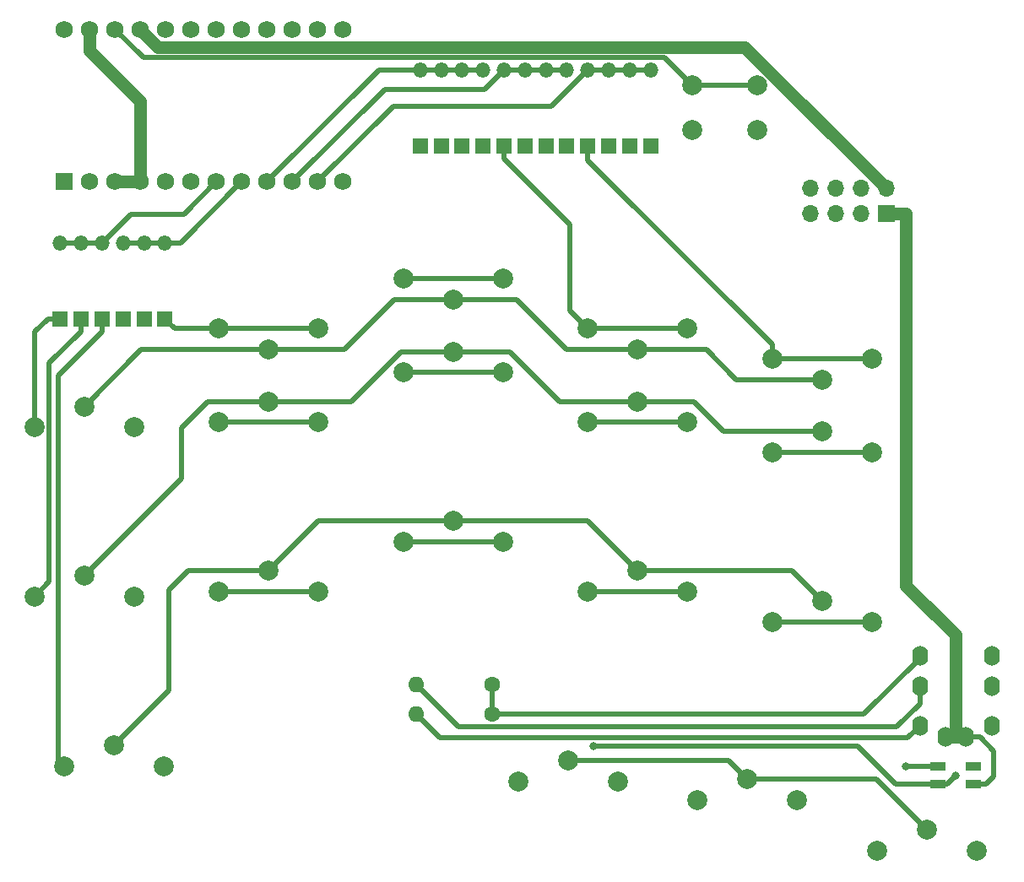
<source format=gbr>
G04 #@! TF.GenerationSoftware,KiCad,Pcbnew,5.1.5*
G04 #@! TF.CreationDate,2020-03-19T02:10:20-05:00*
G04 #@! TF.ProjectId,fissure,66697373-7572-4652-9e6b-696361645f70,rev?*
G04 #@! TF.SameCoordinates,Original*
G04 #@! TF.FileFunction,Copper,L2,Bot*
G04 #@! TF.FilePolarity,Positive*
%FSLAX46Y46*%
G04 Gerber Fmt 4.6, Leading zero omitted, Abs format (unit mm)*
G04 Created by KiCad (PCBNEW 5.1.5) date 2020-03-19 02:10:20*
%MOMM*%
%LPD*%
G04 APERTURE LIST*
%ADD10O,1.500000X1.500000*%
%ADD11R,1.500000X1.500000*%
%ADD12C,2.000000*%
%ADD13O,1.600000X2.000000*%
%ADD14O,1.600000X1.600000*%
%ADD15C,1.600000*%
%ADD16R,1.600000X0.850000*%
%ADD17C,1.752600*%
%ADD18R,1.752600X1.752600*%
%ADD19O,1.700000X1.700000*%
%ADD20R,1.700000X1.700000*%
%ADD21C,0.800000*%
%ADD22C,0.508000*%
%ADD23C,1.270000*%
G04 APERTURE END LIST*
D10*
X49097000Y-62429000D03*
D11*
X49097000Y-70049000D03*
D12*
X112497000Y-51149000D03*
X112497000Y-46649000D03*
X118997000Y-51149000D03*
X118997000Y-46649000D03*
X56497000Y-80949000D03*
X51497000Y-78849000D03*
X46497000Y-80949000D03*
D13*
X142500000Y-106900000D03*
X142500000Y-103900000D03*
X142500000Y-110900000D03*
X137900000Y-112000000D03*
X135300000Y-106900000D03*
X135300000Y-103900000D03*
X135300000Y-110900000D03*
X139900000Y-112000000D03*
D10*
X59597000Y-62429000D03*
D11*
X59597000Y-70049000D03*
D10*
X85197000Y-45129000D03*
D11*
X85197000Y-52749000D03*
D10*
X93597000Y-45129000D03*
D11*
X93597000Y-52749000D03*
D10*
X101997000Y-45129000D03*
D11*
X101997000Y-52749000D03*
D10*
X51197000Y-62429000D03*
D11*
X51197000Y-70049000D03*
D10*
X57497000Y-62429000D03*
D11*
X57497000Y-70049000D03*
D10*
X87297000Y-45129000D03*
D11*
X87297000Y-52749000D03*
D10*
X95697000Y-45129000D03*
D11*
X95697000Y-52749000D03*
D10*
X104097000Y-45129000D03*
D11*
X104097000Y-52749000D03*
D10*
X53297000Y-62429000D03*
D11*
X53297000Y-70049000D03*
D10*
X55397400Y-62429000D03*
D11*
X55397400Y-70049000D03*
D10*
X89397000Y-45129000D03*
D11*
X89397000Y-52749000D03*
D10*
X97797000Y-45129000D03*
D11*
X97797000Y-52749000D03*
D10*
X106197000Y-45129000D03*
D11*
X106197000Y-52749000D03*
D10*
X91497000Y-45129000D03*
D11*
X91497000Y-52749000D03*
D10*
X99897000Y-45129000D03*
D11*
X99897000Y-52749000D03*
D10*
X108297000Y-45129000D03*
D11*
X108297000Y-52749000D03*
D14*
X84777000Y-106749000D03*
D15*
X92397000Y-106749000D03*
D14*
X84777000Y-109749000D03*
D15*
X92397000Y-109749000D03*
D12*
X93497000Y-75449000D03*
X88497000Y-73349000D03*
X83497000Y-75449000D03*
D16*
X140647000Y-114974000D03*
X140647000Y-116724000D03*
X137147000Y-114974000D03*
X137147000Y-116724000D03*
D12*
X120497000Y-74049000D03*
X125497000Y-76149000D03*
X130497000Y-74049000D03*
X64997000Y-71049000D03*
X69997000Y-73149000D03*
X74997000Y-71049000D03*
D17*
X49527000Y-41069000D03*
X77467000Y-56309000D03*
X52067000Y-41069000D03*
X54607000Y-41069000D03*
X57147000Y-41069000D03*
X59687000Y-41069000D03*
X62227000Y-41069000D03*
X64767000Y-41069000D03*
X67307000Y-41069000D03*
X69847000Y-41069000D03*
X72387000Y-41069000D03*
X74927000Y-41069000D03*
X77467000Y-41069000D03*
X74927000Y-56309000D03*
X72387000Y-56309000D03*
X69847000Y-56309000D03*
X67307000Y-56309000D03*
X64767000Y-56309000D03*
X62227000Y-56309000D03*
X59687000Y-56309000D03*
X57147000Y-56309000D03*
X54607000Y-56309000D03*
X52067000Y-56309000D03*
D18*
X49527000Y-56309000D03*
D12*
X56497000Y-97949000D03*
X51497000Y-95849000D03*
X46497000Y-97949000D03*
X101997000Y-71049000D03*
X106997000Y-73149000D03*
X111997000Y-71049000D03*
X140997000Y-123449000D03*
X135997000Y-121349000D03*
X130997000Y-123449000D03*
X122997000Y-118349000D03*
X117997000Y-116249000D03*
X112997000Y-118349000D03*
X104997000Y-116449000D03*
X99997000Y-114349000D03*
X94997000Y-116449000D03*
X130497000Y-100449000D03*
X125497000Y-98349000D03*
X120497000Y-100449000D03*
X111997000Y-97449000D03*
X106997000Y-95349000D03*
X101997000Y-97449000D03*
X93497000Y-92449000D03*
X88497000Y-90349000D03*
X83497000Y-92449000D03*
X74997000Y-97449000D03*
X69997000Y-95349000D03*
X64997000Y-97449000D03*
X59497000Y-114949000D03*
X54497000Y-112849000D03*
X49497000Y-114949000D03*
X130497000Y-83449000D03*
X125497000Y-81349000D03*
X120497000Y-83449000D03*
X111997000Y-80449000D03*
X106997000Y-78349000D03*
X101997000Y-80449000D03*
X74997000Y-80449000D03*
X69997000Y-78349000D03*
X64997000Y-80449000D03*
X83497000Y-66049000D03*
X88497000Y-68149000D03*
X93497000Y-66049000D03*
D19*
X124307000Y-56944000D03*
X124307000Y-59484000D03*
X126847000Y-56944000D03*
X126847000Y-59484000D03*
X129387000Y-56944000D03*
X129387000Y-59484000D03*
X131927000Y-56944000D03*
D20*
X131927000Y-59484000D03*
D21*
X133920000Y-114975000D03*
X138897000Y-115849000D03*
X102597000Y-112949000D03*
D22*
X46497000Y-80949000D02*
X46497000Y-71407900D01*
X46497000Y-71391000D02*
X46497000Y-71407900D01*
X47839000Y-70049000D02*
X46497000Y-71391000D01*
X49097000Y-70049000D02*
X47839000Y-70049000D01*
X64997000Y-71049000D02*
X60589280Y-71049000D01*
X64997000Y-71049000D02*
X74997000Y-71049000D01*
X60589280Y-71041280D02*
X59597000Y-70049000D01*
X60589280Y-71049000D02*
X60589280Y-71041280D01*
X83497000Y-66049000D02*
X93497000Y-66049000D01*
X111997000Y-71049000D02*
X101997000Y-71049000D01*
X93597000Y-54007000D02*
X93597000Y-52749000D01*
X100192999Y-60602999D02*
X93597000Y-54007000D01*
X100192999Y-69244999D02*
X100192999Y-60602999D01*
X101997000Y-71049000D02*
X100192999Y-69244999D01*
X101997000Y-54134787D02*
X120497000Y-72634787D01*
X120497000Y-72634787D02*
X120497000Y-74049000D01*
X101997000Y-52749000D02*
X101997000Y-54134787D01*
X130497000Y-74049000D02*
X120497000Y-74049000D01*
X47997000Y-96449000D02*
X47997000Y-74523900D01*
X47997000Y-74523900D02*
X51197000Y-71323900D01*
X46497000Y-97949000D02*
X47997000Y-96449000D01*
X51197000Y-71323900D02*
X51197000Y-70049000D01*
X64997000Y-80449000D02*
X74997000Y-80449000D01*
X93497000Y-75449000D02*
X83497000Y-75449000D01*
X101997000Y-80449000D02*
X111997000Y-80449000D01*
X120497000Y-83449000D02*
X130497000Y-83449000D01*
X48897000Y-75723900D02*
X53297000Y-71323900D01*
X49497000Y-114949000D02*
X48897000Y-114349000D01*
X48897000Y-114349000D02*
X48897000Y-75723900D01*
X53297000Y-71323900D02*
X53297000Y-70049000D01*
X64997000Y-97449000D02*
X74997000Y-97449000D01*
X93497000Y-92449000D02*
X83497000Y-92449000D01*
X111997000Y-97449000D02*
X101997000Y-97449000D01*
X130497000Y-100449000D02*
X120497000Y-100449000D01*
D23*
X131927000Y-59484000D02*
X133932000Y-59484000D01*
X54607000Y-56309000D02*
X57147000Y-56309000D01*
D22*
X140647000Y-116724000D02*
X141976000Y-116724000D01*
X141976000Y-116724000D02*
X142700000Y-116000000D01*
X142700000Y-113392000D02*
X141308000Y-112000000D01*
X142700000Y-116000000D02*
X142700000Y-113392000D01*
D23*
X138900000Y-112000000D02*
X139900000Y-112000000D01*
X137900000Y-112000000D02*
X138900000Y-112000000D01*
D22*
X141308000Y-112000000D02*
X139900000Y-112000000D01*
D23*
X138900000Y-112000000D02*
X138900000Y-101772198D01*
X138900000Y-101772198D02*
X133932000Y-96804198D01*
X133932000Y-96804198D02*
X133932000Y-59484000D01*
X57147000Y-56309000D02*
X57147000Y-48238000D01*
X52067000Y-43158000D02*
X52067000Y-41069000D01*
X57147000Y-48238000D02*
X52067000Y-43158000D01*
D22*
X92397000Y-106749000D02*
X92397000Y-109749000D01*
X137147000Y-114974000D02*
X133921000Y-114974000D01*
X133921000Y-114974000D02*
X133920000Y-114975000D01*
X135300000Y-104100000D02*
X135300000Y-103900000D01*
X129651000Y-109749000D02*
X135300000Y-104100000D01*
X92397000Y-109749000D02*
X129651000Y-109749000D01*
D23*
X57147000Y-41069000D02*
X58858301Y-42780301D01*
X117763301Y-42780301D02*
X58858301Y-42780301D01*
X131927000Y-56944000D02*
X117763301Y-42780301D01*
D22*
X49097000Y-62445900D02*
X53297000Y-62445900D01*
X53297000Y-62445900D02*
X56193900Y-59549000D01*
X61527000Y-59549000D02*
X64767000Y-56309000D01*
X56193900Y-59549000D02*
X61527000Y-59549000D01*
X61177720Y-62438280D02*
X67307000Y-56309000D01*
X55397400Y-62438280D02*
X61177720Y-62438280D01*
X81027000Y-45129000D02*
X91497000Y-45129000D01*
X69847000Y-56309000D02*
X81027000Y-45129000D01*
X72387000Y-56309000D02*
X81647000Y-47049000D01*
X91677000Y-47049000D02*
X93597000Y-45129000D01*
X81647000Y-47049000D02*
X91677000Y-47049000D01*
X93597000Y-45129000D02*
X99897000Y-45129000D01*
X108297000Y-45129000D02*
X101997000Y-45129000D01*
X101997000Y-45129000D02*
X98377000Y-48749000D01*
X82487000Y-48749000D02*
X74927000Y-56309000D01*
X98377000Y-48749000D02*
X82487000Y-48749000D01*
X57197000Y-73149000D02*
X69997000Y-73149000D01*
X51497000Y-78849000D02*
X57197000Y-73149000D01*
X69997000Y-73149000D02*
X77597000Y-73149000D01*
X82597000Y-68149000D02*
X88497000Y-68149000D01*
X77597000Y-73149000D02*
X82597000Y-68149000D01*
X106997000Y-73149000D02*
X99897000Y-73149000D01*
X94897000Y-68149000D02*
X88497000Y-68149000D01*
X99897000Y-73149000D02*
X94897000Y-68149000D01*
X125497000Y-76149000D02*
X116897000Y-76149000D01*
X113897000Y-73149000D02*
X106997000Y-73149000D01*
X116897000Y-76149000D02*
X113897000Y-73149000D01*
X63897000Y-78349000D02*
X69997000Y-78349000D01*
X61247000Y-80999000D02*
X63897000Y-78349000D01*
X69997000Y-78349000D02*
X78310000Y-78349000D01*
X83310000Y-73349000D02*
X88497000Y-73349000D01*
X78310000Y-78349000D02*
X83310000Y-73349000D01*
X88497000Y-73349000D02*
X94149000Y-73349000D01*
X99149000Y-78349000D02*
X106997000Y-78349000D01*
X94149000Y-73349000D02*
X99149000Y-78349000D01*
X106997000Y-78349000D02*
X112611000Y-78349000D01*
X115611000Y-81349000D02*
X125497000Y-81349000D01*
X112611000Y-78349000D02*
X115611000Y-81349000D01*
X61247000Y-86099000D02*
X51497000Y-95849000D01*
X61247000Y-80999000D02*
X61247000Y-86099000D01*
X54497000Y-112849000D02*
X59997000Y-107349000D01*
X59997000Y-107349000D02*
X59997000Y-97249000D01*
X61897000Y-95349000D02*
X69997000Y-95349000D01*
X59997000Y-97249000D02*
X61897000Y-95349000D01*
X74997000Y-90349000D02*
X88497000Y-90349000D01*
X69997000Y-95349000D02*
X74997000Y-90349000D01*
X101997000Y-90349000D02*
X106997000Y-95349000D01*
X88497000Y-90349000D02*
X101997000Y-90349000D01*
X122497000Y-95349000D02*
X125497000Y-98349000D01*
X106997000Y-95349000D02*
X122497000Y-95349000D01*
X130897000Y-116249000D02*
X117997000Y-116249000D01*
X135997000Y-121349000D02*
X130897000Y-116249000D01*
X116097000Y-114349000D02*
X99997000Y-114349000D01*
X117997000Y-116249000D02*
X116097000Y-114349000D01*
X134105001Y-112094999D02*
X135300000Y-110900000D01*
X87122999Y-112094999D02*
X134105001Y-112094999D01*
X84777000Y-109749000D02*
X87122999Y-112094999D01*
X89031001Y-111003001D02*
X133004999Y-111003001D01*
X84777000Y-106749000D02*
X89031001Y-111003001D01*
X135300000Y-108708000D02*
X135300000Y-106900000D01*
X133004999Y-111003001D02*
X135300000Y-108708000D01*
X109717311Y-43869311D02*
X57407311Y-43869311D01*
X112497000Y-46649000D02*
X109717311Y-43869311D01*
X118997000Y-46649000D02*
X112497000Y-46649000D01*
X54607000Y-41069000D02*
X57407311Y-43869311D01*
X137147000Y-116724000D02*
X138022000Y-116724000D01*
X138022000Y-116724000D02*
X138897000Y-115849000D01*
X129098276Y-112949000D02*
X102597000Y-112949000D01*
X137147000Y-116724000D02*
X132873276Y-116724000D01*
X132873276Y-116724000D02*
X129098276Y-112949000D01*
M02*

</source>
